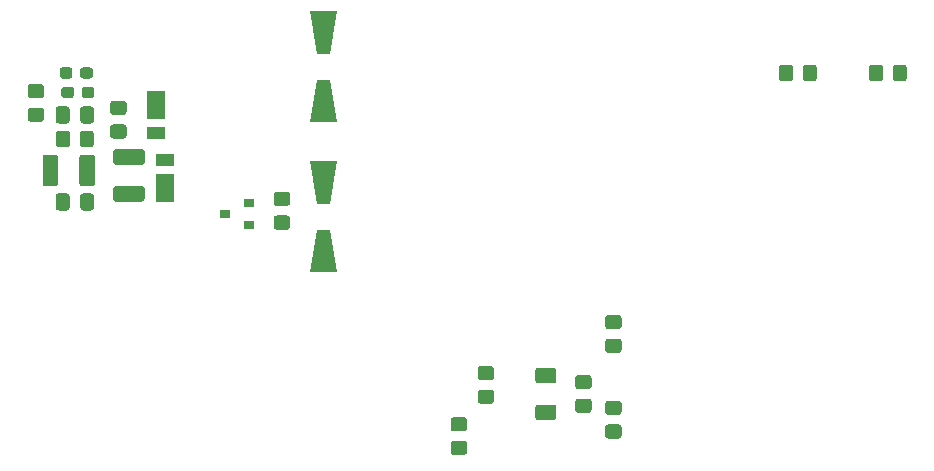
<source format=gbr>
%TF.GenerationSoftware,KiCad,Pcbnew,(5.1.9)-1*%
%TF.CreationDate,2022-12-04T20:34:53-06:00*%
%TF.ProjectId,Battery_Charger_V1,42617474-6572-4795-9f43-686172676572,rev?*%
%TF.SameCoordinates,Original*%
%TF.FileFunction,Paste,Bot*%
%TF.FilePolarity,Positive*%
%FSLAX46Y46*%
G04 Gerber Fmt 4.6, Leading zero omitted, Abs format (unit mm)*
G04 Created by KiCad (PCBNEW (5.1.9)-1) date 2022-12-04 20:34:53*
%MOMM*%
%LPD*%
G01*
G04 APERTURE LIST*
%ADD10R,1.500000X1.050000*%
%ADD11R,1.500000X2.400000*%
%ADD12C,0.100000*%
%ADD13R,0.900000X0.800000*%
G04 APERTURE END LIST*
%TO.C,C1*%
G36*
G01*
X116716000Y-96917500D02*
X116716000Y-97392500D01*
G75*
G02*
X116478500Y-97630000I-237500J0D01*
G01*
X115878500Y-97630000D01*
G75*
G02*
X115641000Y-97392500I0J237500D01*
G01*
X115641000Y-96917500D01*
G75*
G02*
X115878500Y-96680000I237500J0D01*
G01*
X116478500Y-96680000D01*
G75*
G02*
X116716000Y-96917500I0J-237500D01*
G01*
G37*
G36*
G01*
X114991000Y-96917500D02*
X114991000Y-97392500D01*
G75*
G02*
X114753500Y-97630000I-237500J0D01*
G01*
X114153500Y-97630000D01*
G75*
G02*
X113916000Y-97392500I0J237500D01*
G01*
X113916000Y-96917500D01*
G75*
G02*
X114153500Y-96680000I237500J0D01*
G01*
X114753500Y-96680000D01*
G75*
G02*
X114991000Y-96917500I0J-237500D01*
G01*
G37*
%TD*%
%TO.C,C2*%
G36*
G01*
X116589000Y-95266500D02*
X116589000Y-95741500D01*
G75*
G02*
X116351500Y-95979000I-237500J0D01*
G01*
X115751500Y-95979000D01*
G75*
G02*
X115514000Y-95741500I0J237500D01*
G01*
X115514000Y-95266500D01*
G75*
G02*
X115751500Y-95029000I237500J0D01*
G01*
X116351500Y-95029000D01*
G75*
G02*
X116589000Y-95266500I0J-237500D01*
G01*
G37*
G36*
G01*
X114864000Y-95266500D02*
X114864000Y-95741500D01*
G75*
G02*
X114626500Y-95979000I-237500J0D01*
G01*
X114026500Y-95979000D01*
G75*
G02*
X113789000Y-95741500I0J237500D01*
G01*
X113789000Y-95266500D01*
G75*
G02*
X114026500Y-95029000I237500J0D01*
G01*
X114626500Y-95029000D01*
G75*
G02*
X114864000Y-95266500I0J-237500D01*
G01*
G37*
%TD*%
%TO.C,C4*%
G36*
G01*
X116687000Y-105951000D02*
X116687000Y-106901000D01*
G75*
G02*
X116437000Y-107151000I-250000J0D01*
G01*
X115762000Y-107151000D01*
G75*
G02*
X115512000Y-106901000I0J250000D01*
G01*
X115512000Y-105951000D01*
G75*
G02*
X115762000Y-105701000I250000J0D01*
G01*
X116437000Y-105701000D01*
G75*
G02*
X116687000Y-105951000I0J-250000D01*
G01*
G37*
G36*
G01*
X114612000Y-105951000D02*
X114612000Y-106901000D01*
G75*
G02*
X114362000Y-107151000I-250000J0D01*
G01*
X113687000Y-107151000D01*
G75*
G02*
X113437000Y-106901000I0J250000D01*
G01*
X113437000Y-105951000D01*
G75*
G02*
X113687000Y-105701000I250000J0D01*
G01*
X114362000Y-105701000D01*
G75*
G02*
X114612000Y-105951000I0J-250000D01*
G01*
G37*
%TD*%
%TO.C,C8*%
G36*
G01*
X116687000Y-98585000D02*
X116687000Y-99535000D01*
G75*
G02*
X116437000Y-99785000I-250000J0D01*
G01*
X115762000Y-99785000D01*
G75*
G02*
X115512000Y-99535000I0J250000D01*
G01*
X115512000Y-98585000D01*
G75*
G02*
X115762000Y-98335000I250000J0D01*
G01*
X116437000Y-98335000D01*
G75*
G02*
X116687000Y-98585000I0J-250000D01*
G01*
G37*
G36*
G01*
X114612000Y-98585000D02*
X114612000Y-99535000D01*
G75*
G02*
X114362000Y-99785000I-250000J0D01*
G01*
X113687000Y-99785000D01*
G75*
G02*
X113437000Y-99535000I0J250000D01*
G01*
X113437000Y-98585000D01*
G75*
G02*
X113687000Y-98335000I250000J0D01*
G01*
X114362000Y-98335000D01*
G75*
G02*
X114612000Y-98585000I0J-250000D01*
G01*
G37*
%TD*%
%TO.C,C16*%
G36*
G01*
X154289998Y-120457000D02*
X155590002Y-120457000D01*
G75*
G02*
X155840000Y-120706998I0J-249998D01*
G01*
X155840000Y-121532002D01*
G75*
G02*
X155590002Y-121782000I-249998J0D01*
G01*
X154289998Y-121782000D01*
G75*
G02*
X154040000Y-121532002I0J249998D01*
G01*
X154040000Y-120706998D01*
G75*
G02*
X154289998Y-120457000I249998J0D01*
G01*
G37*
G36*
G01*
X154289998Y-123582000D02*
X155590002Y-123582000D01*
G75*
G02*
X155840000Y-123831998I0J-249998D01*
G01*
X155840000Y-124657002D01*
G75*
G02*
X155590002Y-124907000I-249998J0D01*
G01*
X154289998Y-124907000D01*
G75*
G02*
X154040000Y-124657002I0J249998D01*
G01*
X154040000Y-123831998D01*
G75*
G02*
X154289998Y-123582000I249998J0D01*
G01*
G37*
%TD*%
%TO.C,C20*%
G36*
G01*
X115454000Y-104859002D02*
X115454000Y-102658998D01*
G75*
G02*
X115703998Y-102409000I249998J0D01*
G01*
X116529002Y-102409000D01*
G75*
G02*
X116779000Y-102658998I0J-249998D01*
G01*
X116779000Y-104859002D01*
G75*
G02*
X116529002Y-105109000I-249998J0D01*
G01*
X115703998Y-105109000D01*
G75*
G02*
X115454000Y-104859002I0J249998D01*
G01*
G37*
G36*
G01*
X112329000Y-104859002D02*
X112329000Y-102658998D01*
G75*
G02*
X112578998Y-102409000I249998J0D01*
G01*
X113404002Y-102409000D01*
G75*
G02*
X113654000Y-102658998I0J-249998D01*
G01*
X113654000Y-104859002D01*
G75*
G02*
X113404002Y-105109000I-249998J0D01*
G01*
X112578998Y-105109000D01*
G75*
G02*
X112329000Y-104859002I0J249998D01*
G01*
G37*
%TD*%
%TO.C,C21*%
G36*
G01*
X118533998Y-101953500D02*
X120734002Y-101953500D01*
G75*
G02*
X120984000Y-102203498I0J-249998D01*
G01*
X120984000Y-103028502D01*
G75*
G02*
X120734002Y-103278500I-249998J0D01*
G01*
X118533998Y-103278500D01*
G75*
G02*
X118284000Y-103028502I0J249998D01*
G01*
X118284000Y-102203498D01*
G75*
G02*
X118533998Y-101953500I249998J0D01*
G01*
G37*
G36*
G01*
X118533998Y-105078500D02*
X120734002Y-105078500D01*
G75*
G02*
X120984000Y-105328498I0J-249998D01*
G01*
X120984000Y-106153502D01*
G75*
G02*
X120734002Y-106403500I-249998J0D01*
G01*
X118533998Y-106403500D01*
G75*
G02*
X118284000Y-106153502I0J249998D01*
G01*
X118284000Y-105328498D01*
G75*
G02*
X118533998Y-105078500I249998J0D01*
G01*
G37*
%TD*%
D10*
%TO.C,D3*%
X121920000Y-100585000D03*
D11*
X121920000Y-98210000D03*
%TD*%
%TO.C,D4*%
X122682000Y-105244000D03*
D10*
X122682000Y-102869000D03*
%TD*%
D12*
%TO.C,D5*%
G36*
X134994000Y-90296000D02*
G01*
X137294000Y-90296000D01*
X136694000Y-93896000D01*
X135594000Y-93896000D01*
X134994000Y-90296000D01*
G37*
G36*
X137294000Y-99696000D02*
G01*
X134994000Y-99696000D01*
X135594000Y-96096000D01*
X136694000Y-96096000D01*
X137294000Y-99696000D01*
G37*
%TD*%
%TO.C,D7*%
G36*
X137294000Y-112396000D02*
G01*
X134994000Y-112396000D01*
X135594000Y-108796000D01*
X136694000Y-108796000D01*
X137294000Y-112396000D01*
G37*
G36*
X134994000Y-102996000D02*
G01*
X137294000Y-102996000D01*
X136694000Y-106596000D01*
X135594000Y-106596000D01*
X134994000Y-102996000D01*
G37*
%TD*%
D13*
%TO.C,D9*%
X129778000Y-106492000D03*
X129778000Y-108392000D03*
X127778000Y-107442000D03*
%TD*%
%TO.C,R7*%
G36*
G01*
X133038001Y-106772000D02*
X132137999Y-106772000D01*
G75*
G02*
X131888000Y-106522001I0J249999D01*
G01*
X131888000Y-105821999D01*
G75*
G02*
X132137999Y-105572000I249999J0D01*
G01*
X133038001Y-105572000D01*
G75*
G02*
X133288000Y-105821999I0J-249999D01*
G01*
X133288000Y-106522001D01*
G75*
G02*
X133038001Y-106772000I-249999J0D01*
G01*
G37*
G36*
G01*
X133038001Y-108772000D02*
X132137999Y-108772000D01*
G75*
G02*
X131888000Y-108522001I0J249999D01*
G01*
X131888000Y-107821999D01*
G75*
G02*
X132137999Y-107572000I249999J0D01*
G01*
X133038001Y-107572000D01*
G75*
G02*
X133288000Y-107821999I0J-249999D01*
G01*
X133288000Y-108522001D01*
G75*
G02*
X133038001Y-108772000I-249999J0D01*
G01*
G37*
%TD*%
%TO.C,R16*%
G36*
G01*
X160204999Y-118002000D02*
X161105001Y-118002000D01*
G75*
G02*
X161355000Y-118251999I0J-249999D01*
G01*
X161355000Y-118952001D01*
G75*
G02*
X161105001Y-119202000I-249999J0D01*
G01*
X160204999Y-119202000D01*
G75*
G02*
X159955000Y-118952001I0J249999D01*
G01*
X159955000Y-118251999D01*
G75*
G02*
X160204999Y-118002000I249999J0D01*
G01*
G37*
G36*
G01*
X160204999Y-116002000D02*
X161105001Y-116002000D01*
G75*
G02*
X161355000Y-116251999I0J-249999D01*
G01*
X161355000Y-116952001D01*
G75*
G02*
X161105001Y-117202000I-249999J0D01*
G01*
X160204999Y-117202000D01*
G75*
G02*
X159955000Y-116952001I0J249999D01*
G01*
X159955000Y-116251999D01*
G75*
G02*
X160204999Y-116002000I249999J0D01*
G01*
G37*
%TD*%
%TO.C,R17*%
G36*
G01*
X175876000Y-95053999D02*
X175876000Y-95954001D01*
G75*
G02*
X175626001Y-96204000I-249999J0D01*
G01*
X174925999Y-96204000D01*
G75*
G02*
X174676000Y-95954001I0J249999D01*
G01*
X174676000Y-95053999D01*
G75*
G02*
X174925999Y-94804000I249999J0D01*
G01*
X175626001Y-94804000D01*
G75*
G02*
X175876000Y-95053999I0J-249999D01*
G01*
G37*
G36*
G01*
X177876000Y-95053999D02*
X177876000Y-95954001D01*
G75*
G02*
X177626001Y-96204000I-249999J0D01*
G01*
X176925999Y-96204000D01*
G75*
G02*
X176676000Y-95954001I0J249999D01*
G01*
X176676000Y-95053999D01*
G75*
G02*
X176925999Y-94804000I249999J0D01*
G01*
X177626001Y-94804000D01*
G75*
G02*
X177876000Y-95053999I0J-249999D01*
G01*
G37*
%TD*%
%TO.C,R18*%
G36*
G01*
X182296000Y-95954001D02*
X182296000Y-95053999D01*
G75*
G02*
X182545999Y-94804000I249999J0D01*
G01*
X183246001Y-94804000D01*
G75*
G02*
X183496000Y-95053999I0J-249999D01*
G01*
X183496000Y-95954001D01*
G75*
G02*
X183246001Y-96204000I-249999J0D01*
G01*
X182545999Y-96204000D01*
G75*
G02*
X182296000Y-95954001I0J249999D01*
G01*
G37*
G36*
G01*
X184296000Y-95954001D02*
X184296000Y-95053999D01*
G75*
G02*
X184545999Y-94804000I249999J0D01*
G01*
X185246001Y-94804000D01*
G75*
G02*
X185496000Y-95053999I0J-249999D01*
G01*
X185496000Y-95954001D01*
G75*
G02*
X185246001Y-96204000I-249999J0D01*
G01*
X184545999Y-96204000D01*
G75*
G02*
X184296000Y-95954001I0J249999D01*
G01*
G37*
%TD*%
%TO.C,R19*%
G36*
G01*
X112210001Y-99644000D02*
X111309999Y-99644000D01*
G75*
G02*
X111060000Y-99394001I0J249999D01*
G01*
X111060000Y-98693999D01*
G75*
G02*
X111309999Y-98444000I249999J0D01*
G01*
X112210001Y-98444000D01*
G75*
G02*
X112460000Y-98693999I0J-249999D01*
G01*
X112460000Y-99394001D01*
G75*
G02*
X112210001Y-99644000I-249999J0D01*
G01*
G37*
G36*
G01*
X112210001Y-97644000D02*
X111309999Y-97644000D01*
G75*
G02*
X111060000Y-97394001I0J249999D01*
G01*
X111060000Y-96693999D01*
G75*
G02*
X111309999Y-96444000I249999J0D01*
G01*
X112210001Y-96444000D01*
G75*
G02*
X112460000Y-96693999I0J-249999D01*
G01*
X112460000Y-97394001D01*
G75*
G02*
X112210001Y-97644000I-249999J0D01*
G01*
G37*
%TD*%
%TO.C,R28*%
G36*
G01*
X147123999Y-126654000D02*
X148024001Y-126654000D01*
G75*
G02*
X148274000Y-126903999I0J-249999D01*
G01*
X148274000Y-127604001D01*
G75*
G02*
X148024001Y-127854000I-249999J0D01*
G01*
X147123999Y-127854000D01*
G75*
G02*
X146874000Y-127604001I0J249999D01*
G01*
X146874000Y-126903999D01*
G75*
G02*
X147123999Y-126654000I249999J0D01*
G01*
G37*
G36*
G01*
X147123999Y-124654000D02*
X148024001Y-124654000D01*
G75*
G02*
X148274000Y-124903999I0J-249999D01*
G01*
X148274000Y-125604001D01*
G75*
G02*
X148024001Y-125854000I-249999J0D01*
G01*
X147123999Y-125854000D01*
G75*
G02*
X146874000Y-125604001I0J249999D01*
G01*
X146874000Y-124903999D01*
G75*
G02*
X147123999Y-124654000I249999J0D01*
G01*
G37*
%TD*%
%TO.C,R32*%
G36*
G01*
X118294999Y-99857000D02*
X119195001Y-99857000D01*
G75*
G02*
X119445000Y-100106999I0J-249999D01*
G01*
X119445000Y-100807001D01*
G75*
G02*
X119195001Y-101057000I-249999J0D01*
G01*
X118294999Y-101057000D01*
G75*
G02*
X118045000Y-100807001I0J249999D01*
G01*
X118045000Y-100106999D01*
G75*
G02*
X118294999Y-99857000I249999J0D01*
G01*
G37*
G36*
G01*
X118294999Y-97857000D02*
X119195001Y-97857000D01*
G75*
G02*
X119445000Y-98106999I0J-249999D01*
G01*
X119445000Y-98807001D01*
G75*
G02*
X119195001Y-99057000I-249999J0D01*
G01*
X118294999Y-99057000D01*
G75*
G02*
X118045000Y-98807001I0J249999D01*
G01*
X118045000Y-98106999D01*
G75*
G02*
X118294999Y-97857000I249999J0D01*
G01*
G37*
%TD*%
%TO.C,R33*%
G36*
G01*
X160204999Y-123257000D02*
X161105001Y-123257000D01*
G75*
G02*
X161355000Y-123506999I0J-249999D01*
G01*
X161355000Y-124207001D01*
G75*
G02*
X161105001Y-124457000I-249999J0D01*
G01*
X160204999Y-124457000D01*
G75*
G02*
X159955000Y-124207001I0J249999D01*
G01*
X159955000Y-123506999D01*
G75*
G02*
X160204999Y-123257000I249999J0D01*
G01*
G37*
G36*
G01*
X160204999Y-125257000D02*
X161105001Y-125257000D01*
G75*
G02*
X161355000Y-125506999I0J-249999D01*
G01*
X161355000Y-126207001D01*
G75*
G02*
X161105001Y-126457000I-249999J0D01*
G01*
X160204999Y-126457000D01*
G75*
G02*
X159955000Y-126207001I0J249999D01*
G01*
X159955000Y-125506999D01*
G75*
G02*
X160204999Y-125257000I249999J0D01*
G01*
G37*
%TD*%
%TO.C,R34*%
G36*
G01*
X113462000Y-101542001D02*
X113462000Y-100641999D01*
G75*
G02*
X113711999Y-100392000I249999J0D01*
G01*
X114412001Y-100392000D01*
G75*
G02*
X114662000Y-100641999I0J-249999D01*
G01*
X114662000Y-101542001D01*
G75*
G02*
X114412001Y-101792000I-249999J0D01*
G01*
X113711999Y-101792000D01*
G75*
G02*
X113462000Y-101542001I0J249999D01*
G01*
G37*
G36*
G01*
X115462000Y-101542001D02*
X115462000Y-100641999D01*
G75*
G02*
X115711999Y-100392000I249999J0D01*
G01*
X116412001Y-100392000D01*
G75*
G02*
X116662000Y-100641999I0J-249999D01*
G01*
X116662000Y-101542001D01*
G75*
G02*
X116412001Y-101792000I-249999J0D01*
G01*
X115711999Y-101792000D01*
G75*
G02*
X115462000Y-101542001I0J249999D01*
G01*
G37*
%TD*%
%TO.C,R35*%
G36*
G01*
X150310001Y-123520000D02*
X149409999Y-123520000D01*
G75*
G02*
X149160000Y-123270001I0J249999D01*
G01*
X149160000Y-122569999D01*
G75*
G02*
X149409999Y-122320000I249999J0D01*
G01*
X150310001Y-122320000D01*
G75*
G02*
X150560000Y-122569999I0J-249999D01*
G01*
X150560000Y-123270001D01*
G75*
G02*
X150310001Y-123520000I-249999J0D01*
G01*
G37*
G36*
G01*
X150310001Y-121520000D02*
X149409999Y-121520000D01*
G75*
G02*
X149160000Y-121270001I0J249999D01*
G01*
X149160000Y-120569999D01*
G75*
G02*
X149409999Y-120320000I249999J0D01*
G01*
X150310001Y-120320000D01*
G75*
G02*
X150560000Y-120569999I0J-249999D01*
G01*
X150560000Y-121270001D01*
G75*
G02*
X150310001Y-121520000I-249999J0D01*
G01*
G37*
%TD*%
%TO.C,R36*%
G36*
G01*
X157664999Y-123082000D02*
X158565001Y-123082000D01*
G75*
G02*
X158815000Y-123331999I0J-249999D01*
G01*
X158815000Y-124032001D01*
G75*
G02*
X158565001Y-124282000I-249999J0D01*
G01*
X157664999Y-124282000D01*
G75*
G02*
X157415000Y-124032001I0J249999D01*
G01*
X157415000Y-123331999D01*
G75*
G02*
X157664999Y-123082000I249999J0D01*
G01*
G37*
G36*
G01*
X157664999Y-121082000D02*
X158565001Y-121082000D01*
G75*
G02*
X158815000Y-121331999I0J-249999D01*
G01*
X158815000Y-122032001D01*
G75*
G02*
X158565001Y-122282000I-249999J0D01*
G01*
X157664999Y-122282000D01*
G75*
G02*
X157415000Y-122032001I0J249999D01*
G01*
X157415000Y-121331999D01*
G75*
G02*
X157664999Y-121082000I249999J0D01*
G01*
G37*
%TD*%
M02*

</source>
